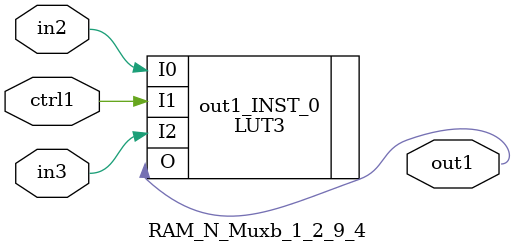
<source format=v>
`timescale 1 ps / 1 ps

(* STRUCTURAL_NETLIST = "yes" *)
module RAM_N_Muxb_1_2_9_4
   (in3,
    in2,
    ctrl1,
    out1);
  input in3;
  input in2;
  input ctrl1;
  output out1;

  wire ctrl1;
  wire in2;
  wire in3;
  wire out1;

LUT3 #(
    .INIT(8'hB8)) 
     out1_INST_0
       (.I0(in2),
        .I1(ctrl1),
        .I2(in3),
        .O(out1));
endmodule


</source>
